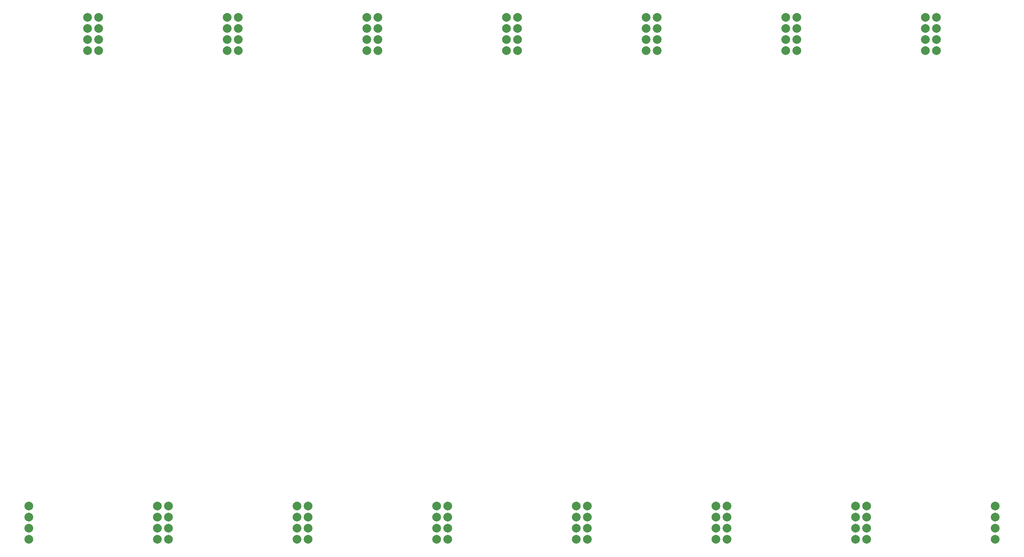
<source format=gbl>
G04 DipTrace 2.4.0.2*
%IN112xAPA102Cx8x14.gbl*%
%MOMM*%
%ADD23C,2.0*%
%FSLAX53Y53*%
G04*
G71*
G90*
G75*
G01*
%LNBottom_Plane*%
%LPD*%
D23*
X27250Y128730D3*
X24750D3*
X27250Y131270D3*
X24750D3*
X27250Y126190D3*
X24750D3*
X27250Y133810D3*
X24750D3*
X43250Y16730D3*
X40750D3*
X43250Y19270D3*
X40750D3*
X43250Y14190D3*
X40750D3*
X43250Y21810D3*
X40750D3*
X59250Y128730D3*
X56750D3*
X59250Y131270D3*
X56750D3*
X59250Y126190D3*
X56750D3*
X59250Y133810D3*
X56750D3*
X75250Y16730D3*
X72750D3*
X75250Y19270D3*
X72750D3*
X75250Y14190D3*
X72750D3*
X75250Y21810D3*
X72750D3*
X91250Y128730D3*
X88750D3*
X91250Y131270D3*
X88750D3*
X91250Y126190D3*
X88750D3*
X91250Y133810D3*
X88750D3*
X107250Y16730D3*
X104750D3*
X107250Y19270D3*
X104750D3*
X107250Y14190D3*
X104750D3*
X107250Y21810D3*
X104750D3*
X123250Y128730D3*
X120750D3*
X123250Y131270D3*
X120750D3*
X123250Y126190D3*
X120750D3*
X123250Y133810D3*
X120750D3*
X139250Y16730D3*
X136750D3*
X139250Y19270D3*
X136750D3*
X139250Y14190D3*
X136750D3*
X139250Y21810D3*
X136750D3*
X155250Y128730D3*
X152750D3*
X155250Y131270D3*
X152750D3*
X155250Y126190D3*
X152750D3*
X155250Y133810D3*
X152750D3*
X171250Y16730D3*
X168750D3*
X171250Y19270D3*
X168750D3*
X171250Y14190D3*
X168750D3*
X171250Y21810D3*
X168750D3*
X187250Y128730D3*
X184750D3*
X187250Y131270D3*
X184750D3*
X187250Y126190D3*
X184750D3*
X187250Y133810D3*
X184750D3*
X203250Y16730D3*
X200750D3*
X203250Y19270D3*
X200750D3*
X203250Y14190D3*
X200750D3*
X203250Y21810D3*
X200750D3*
X219250Y128730D3*
X216750D3*
X219250Y131270D3*
X216750D3*
X219250Y126190D3*
X216750D3*
X219250Y133810D3*
X216750D3*
X11250Y16730D3*
Y19270D3*
Y14190D3*
Y21810D3*
X232750Y16730D3*
Y19270D3*
Y14190D3*
Y21810D3*
M02*

</source>
